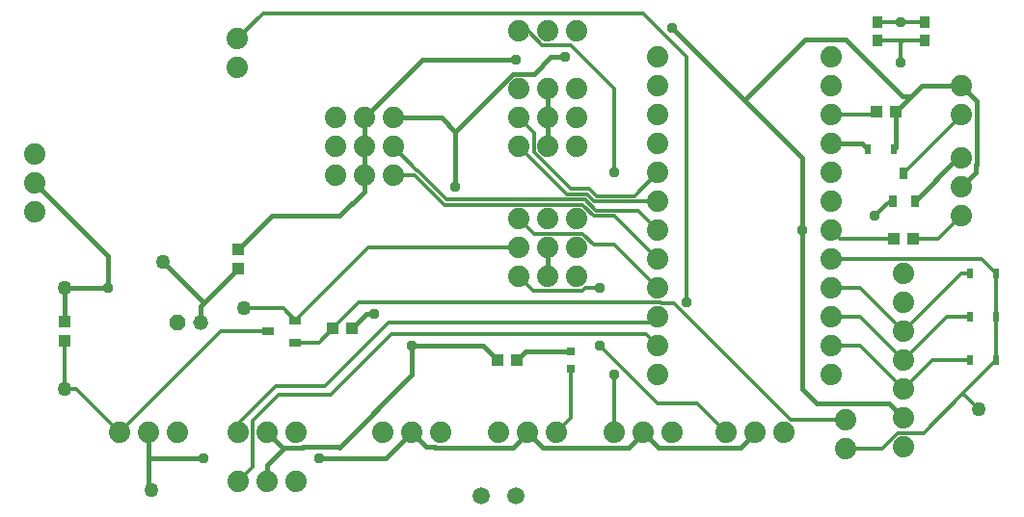
<source format=gbr>
G04 EAGLE Gerber RS-274X export*
G75*
%MOMM*%
%FSLAX34Y34*%
%LPD*%
%INTop Copper*%
%IPPOS*%
%AMOC8*
5,1,8,0,0,1.08239X$1,22.5*%
G01*
%ADD10C,1.879600*%
%ADD11R,0.630000X0.830000*%
%ADD12R,0.900000X1.000000*%
%ADD13R,1.000000X1.100000*%
%ADD14R,0.800000X0.800000*%
%ADD15R,1.100000X1.000000*%
%ADD16C,1.270000*%
%ADD17R,1.000000X0.700000*%
%ADD18R,0.700000X1.000000*%
%ADD19P,1.429621X8X202.500000*%
%ADD20C,1.320800*%
%ADD21C,0.304800*%
%ADD22C,0.406400*%
%ADD23C,0.956400*%
%ADD24C,1.500000*%


D10*
X571500Y406400D03*
X571500Y381000D03*
X571500Y355600D03*
X571500Y330200D03*
X571500Y304800D03*
X571500Y279400D03*
X571500Y254000D03*
X571500Y228600D03*
X571500Y203200D03*
X571500Y177800D03*
X571500Y152400D03*
X571500Y127000D03*
X723900Y127000D03*
X723900Y152400D03*
X723900Y177800D03*
X723900Y203200D03*
X723900Y228600D03*
X723900Y254000D03*
X723900Y279400D03*
X723900Y304800D03*
X723900Y330200D03*
X723900Y355600D03*
X723900Y381000D03*
X723900Y406400D03*
X681990Y76200D03*
X656590Y76200D03*
X631190Y76200D03*
X500380Y327660D03*
X474980Y327660D03*
X449580Y327660D03*
X500380Y353060D03*
X474980Y353060D03*
X449580Y353060D03*
X500380Y378460D03*
X474980Y378460D03*
X449580Y378460D03*
X500380Y213360D03*
X474980Y213360D03*
X449580Y213360D03*
X500380Y238760D03*
X474980Y238760D03*
X449580Y238760D03*
X500380Y264160D03*
X474980Y264160D03*
X449580Y264160D03*
X381000Y76200D03*
X355600Y76200D03*
X330200Y76200D03*
X482600Y76200D03*
X457200Y76200D03*
X431800Y76200D03*
X584200Y76200D03*
X558800Y76200D03*
X533400Y76200D03*
X288290Y302260D03*
X313690Y302260D03*
X339090Y302260D03*
X288290Y327660D03*
X313690Y327660D03*
X339090Y327660D03*
X288290Y353060D03*
X313690Y353060D03*
X339090Y353060D03*
X500380Y429260D03*
X474980Y429260D03*
X449580Y429260D03*
X149860Y76200D03*
X124460Y76200D03*
X99060Y76200D03*
X787400Y215900D03*
X787400Y190500D03*
X787400Y165100D03*
X787400Y139700D03*
X787400Y114300D03*
X787400Y88900D03*
X787400Y63500D03*
X736600Y62230D03*
X736600Y87630D03*
D11*
X868750Y215900D03*
X845750Y215900D03*
X868750Y177800D03*
X845750Y177800D03*
X868750Y139700D03*
X845750Y139700D03*
D10*
X24638Y270002D03*
X24638Y295402D03*
X24638Y320802D03*
X202438Y422402D03*
X202438Y397002D03*
D12*
X764360Y437260D03*
X764360Y421260D03*
X805360Y421260D03*
X805360Y437260D03*
D13*
X763660Y358140D03*
X780660Y358140D03*
X286140Y167640D03*
X303140Y167640D03*
D14*
X495300Y132200D03*
X495300Y147200D03*
D13*
X447920Y139700D03*
X430920Y139700D03*
D15*
X203200Y237100D03*
X203200Y220100D03*
D16*
X137160Y226060D03*
D15*
X50800Y173600D03*
X50800Y156600D03*
D17*
X229300Y165100D03*
X253300Y155600D03*
X253300Y174600D03*
D10*
X203200Y76200D03*
X228600Y76200D03*
X254000Y76200D03*
D16*
X50800Y203200D03*
X50800Y114300D03*
X208280Y185420D03*
D11*
X755580Y325120D03*
X778580Y325120D03*
D16*
X127000Y25400D03*
D18*
X787400Y304100D03*
X777900Y280100D03*
X796900Y280100D03*
D16*
X853440Y96520D03*
D10*
X838200Y266700D03*
X838200Y292100D03*
X838200Y317500D03*
X838200Y381000D03*
X838200Y355600D03*
D13*
X778900Y246380D03*
X795900Y246380D03*
D19*
X149860Y172720D03*
D20*
X170180Y172720D03*
D10*
X203200Y33020D03*
X228600Y33020D03*
X254000Y33020D03*
D21*
X482600Y76200D02*
X495300Y88900D01*
X495300Y132200D01*
D22*
X796900Y280100D02*
X834300Y317500D01*
X838200Y317500D01*
D23*
X322580Y180340D03*
D22*
X315840Y180340D02*
X303140Y167640D01*
X315840Y180340D02*
X322580Y180340D01*
D24*
X416560Y20320D03*
D23*
X784860Y436880D03*
D21*
X784860Y437260D02*
X764360Y437260D01*
X784860Y437260D02*
X784860Y436880D01*
X805360Y436880D01*
X805360Y437260D01*
D24*
X447040Y20320D03*
D22*
X292100Y266700D02*
X313690Y288290D01*
X571754Y63246D02*
X643636Y63246D01*
D21*
X127000Y25400D02*
X124460Y27940D01*
D22*
X124460Y53340D01*
X124460Y76200D01*
X203200Y237100D02*
X232800Y266700D01*
X292100Y266700D01*
X474980Y327660D02*
X474980Y353060D01*
X474980Y378460D01*
X474980Y238760D02*
X474980Y213360D01*
X313690Y302260D02*
X313690Y327660D01*
X313690Y302260D02*
X313690Y288290D01*
X313690Y327660D02*
X313690Y353060D01*
X364490Y403860D01*
X447040Y403860D01*
D23*
X447040Y403860D03*
D21*
X375380Y63500D02*
X375634Y63246D01*
D22*
X375380Y63500D02*
X368300Y63500D01*
X375634Y63246D02*
X444246Y63246D01*
X368300Y63500D02*
X355600Y76200D01*
X470154Y63246D02*
X545846Y63246D01*
X558800Y76200D01*
X457200Y76200D02*
X444246Y63246D01*
X457200Y76200D02*
X470154Y63246D01*
X558800Y76200D02*
X571754Y63246D01*
D23*
X172720Y53340D03*
X274320Y53340D03*
D22*
X332740Y53340D02*
X355600Y76200D01*
X332740Y53340D02*
X274320Y53340D01*
X172720Y53340D02*
X124460Y53340D01*
X643636Y63246D02*
X656590Y76200D01*
D21*
X462534Y251206D02*
X449580Y264160D01*
X505535Y251206D02*
X515441Y241300D01*
X505535Y251206D02*
X462534Y251206D01*
X533400Y241300D02*
X571500Y203200D01*
X533400Y241300D02*
X515441Y241300D01*
D23*
X490220Y406400D03*
D22*
X477520Y406400D01*
X418220Y152400D02*
X430920Y139700D01*
D23*
X355600Y152400D03*
D22*
X418220Y152400D01*
X355600Y127000D02*
X291846Y63246D01*
X355600Y127000D02*
X355600Y152400D01*
D23*
X88900Y203200D03*
D22*
X88900Y231140D01*
X24638Y295402D01*
D23*
X584200Y431800D03*
D21*
X291592Y63500D02*
X291846Y63246D01*
X259620Y63500D02*
X259366Y63246D01*
D22*
X259620Y63500D02*
X291592Y63500D01*
X259366Y63246D02*
X243840Y63246D01*
X241554Y63246D01*
X228600Y76200D01*
X88900Y203200D02*
X50800Y203200D01*
X584200Y431800D02*
X647700Y368300D01*
X698500Y317500D01*
X774700Y101600D02*
X787400Y88900D01*
X774700Y101600D02*
X711200Y101600D01*
X698500Y114300D01*
X698500Y254000D01*
X698500Y317500D01*
X50800Y203200D02*
X50800Y173600D01*
X850900Y311880D02*
X851154Y312134D01*
X850900Y311880D02*
X850900Y304800D01*
X851154Y312134D02*
X851154Y368046D01*
X838200Y381000D01*
X850900Y304800D02*
X838200Y292100D01*
X838200Y381000D02*
X803520Y381000D01*
X794190Y371670D01*
X780660Y358140D01*
X780660Y327200D01*
X778580Y325120D01*
X701040Y421640D02*
X647700Y368300D01*
X701040Y421640D02*
X736600Y421640D01*
X786570Y371670D01*
X794190Y371670D01*
X243840Y63246D02*
X228600Y48006D01*
X228600Y33020D01*
D23*
X698500Y254000D03*
X393700Y292100D03*
D22*
X462534Y391414D02*
X477520Y406400D01*
X462534Y391414D02*
X444214Y391414D01*
X393700Y340900D01*
X393700Y292100D01*
X393700Y340900D02*
X381540Y353060D01*
X339090Y353060D01*
D21*
X203200Y83820D02*
X203200Y76200D01*
X236220Y116840D02*
X279400Y116840D01*
X335280Y172720D01*
X566420Y172720D02*
X571500Y177800D01*
X236220Y116840D02*
X203200Y83820D01*
X335280Y172720D02*
X566420Y172720D01*
X491490Y285750D02*
X449580Y327660D01*
X491490Y285750D02*
X509323Y285750D01*
X515673Y279400D02*
X571500Y279400D01*
X515673Y279400D02*
X509323Y285750D01*
X462534Y340106D02*
X449580Y353060D01*
X462534Y340106D02*
X462534Y322505D01*
X494717Y290322D02*
X511217Y290322D01*
X517567Y283972D01*
X494717Y290322D02*
X462534Y322505D01*
X550672Y283972D02*
X571500Y304800D01*
X550672Y283972D02*
X517567Y283972D01*
D23*
X533400Y304800D03*
X533400Y127000D03*
D21*
X533400Y76200D01*
X533400Y304800D02*
X533400Y378639D01*
X457379Y429260D02*
X449580Y429260D01*
X495225Y416814D02*
X533400Y378639D01*
X469825Y416814D02*
X457379Y429260D01*
X469825Y416814D02*
X495225Y416814D01*
X605790Y101600D02*
X631190Y76200D01*
X605790Y101600D02*
X571500Y101600D01*
X520700Y152400D01*
D23*
X520700Y152400D03*
X520700Y203200D03*
D21*
X507821Y203200D02*
X505535Y200914D01*
X507821Y203200D02*
X520700Y203200D01*
X505535Y200914D02*
X462026Y200914D01*
X449580Y213360D01*
X358140Y302260D02*
X339090Y302260D01*
X505535Y276606D02*
X515441Y266700D01*
X505535Y276606D02*
X383794Y276606D01*
X358140Y302260D01*
X533400Y266700D02*
X571500Y228600D01*
X533400Y266700D02*
X515441Y266700D01*
X359918Y306832D02*
X339090Y327660D01*
X359918Y306832D02*
X360034Y306832D01*
X385688Y281178D02*
X507429Y281178D01*
X517335Y271272D01*
X385688Y281178D02*
X360034Y306832D01*
X554228Y271272D02*
X571500Y254000D01*
X554228Y271272D02*
X517335Y271272D01*
X99060Y76200D02*
X60960Y114300D01*
X50800Y114300D01*
X50800Y156600D01*
X187960Y165100D02*
X229300Y165100D01*
X187960Y165100D02*
X99060Y76200D01*
X787400Y165100D02*
X838200Y215900D01*
X845750Y215900D01*
X787400Y165100D02*
X749300Y203200D01*
X723900Y203200D01*
X723900Y177800D02*
X749300Y177800D01*
X787400Y139700D01*
X825500Y177800D01*
X845750Y177800D01*
X749300Y152400D02*
X723900Y152400D01*
X749300Y152400D02*
X787400Y114300D01*
X812800Y139700D01*
X845750Y139700D01*
X224536Y444500D02*
X202438Y422402D01*
X558800Y444500D02*
X596900Y406400D01*
X558800Y444500D02*
X224536Y444500D01*
D23*
X596900Y190500D03*
D21*
X596900Y406400D01*
X868750Y177800D02*
X868750Y139700D01*
X868750Y177800D02*
X868750Y215900D01*
X868750Y139700D02*
X838235Y109185D01*
X804996Y75946D01*
X782245Y75946D01*
X768529Y62230D01*
X723900Y228600D02*
X856050Y228600D01*
X868750Y215900D01*
X768529Y62230D02*
X736600Y62230D01*
X840775Y109185D02*
X853440Y96520D01*
X840775Y109185D02*
X838235Y109185D01*
X761120Y355600D02*
X763660Y358140D01*
X761120Y355600D02*
X723900Y355600D01*
X764360Y421260D02*
X787400Y421260D01*
X805360Y421260D01*
X787400Y421260D02*
X784860Y418720D01*
X784860Y401320D01*
D23*
X784860Y401320D03*
D22*
X203200Y220100D02*
X171890Y188790D01*
X170180Y187080D01*
X170180Y172720D01*
X171890Y191330D02*
X137160Y226060D01*
X171890Y191330D02*
X171890Y188790D01*
X455420Y147200D02*
X495300Y147200D01*
X455420Y147200D02*
X447920Y139700D01*
D21*
X317460Y238760D02*
X253300Y174600D01*
X317460Y238760D02*
X449580Y238760D01*
X253300Y174600D02*
X242480Y185420D01*
X208280Y185420D01*
D22*
X750500Y330200D02*
X755580Y325120D01*
X750500Y330200D02*
X723900Y330200D01*
D23*
X762000Y266700D03*
D21*
X775400Y280100D02*
X777900Y280100D01*
X775400Y280100D02*
X762000Y266700D01*
X736600Y87630D02*
X688161Y87630D01*
X574294Y190246D02*
X574040Y190500D01*
X585545Y190246D02*
X688161Y87630D01*
X585545Y190246D02*
X574294Y190246D01*
X274100Y155600D02*
X253300Y155600D01*
X274100Y155600D02*
X286140Y167640D01*
X309000Y190500D01*
X574040Y190500D01*
X838200Y354900D02*
X838200Y355600D01*
X838200Y354900D02*
X787400Y304100D01*
X731520Y246380D02*
X723900Y254000D01*
X731520Y246380D02*
X778900Y246380D01*
X795900Y246380D02*
X817880Y246380D01*
X838200Y266700D01*
X215900Y45720D02*
X203200Y33020D01*
X215900Y45720D02*
X215900Y86360D01*
X238760Y109220D01*
X284480Y109220D02*
X337820Y162560D01*
X561340Y162560D02*
X571500Y152400D01*
X284480Y109220D02*
X238760Y109220D01*
X337820Y162560D02*
X561340Y162560D01*
M02*

</source>
